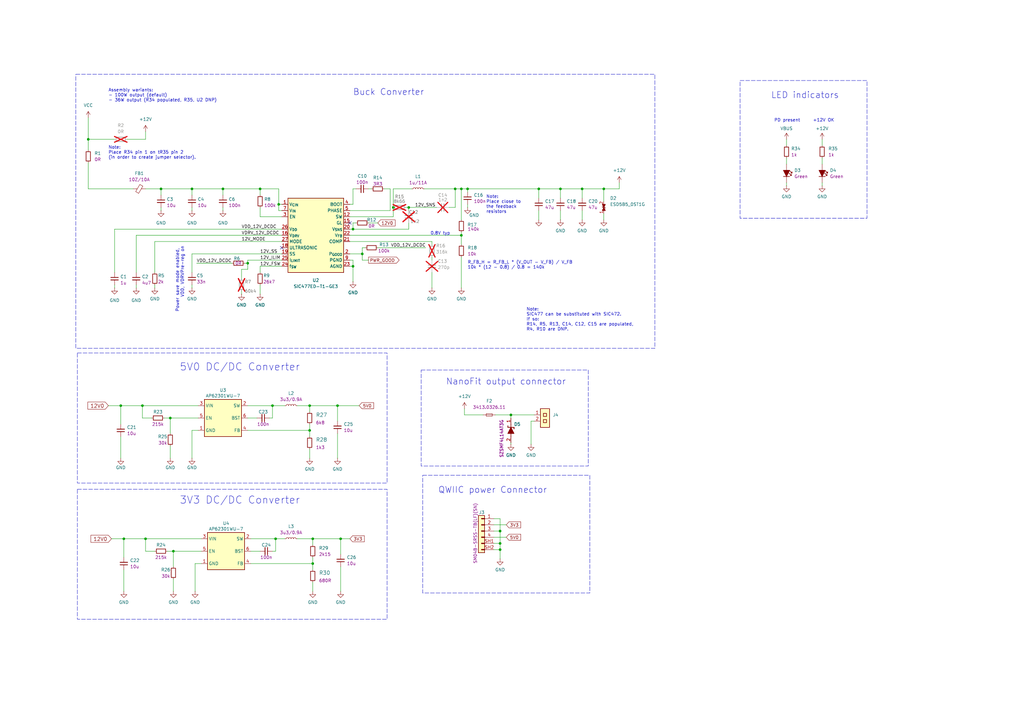
<source format=kicad_sch>
(kicad_sch (version 20230121) (generator eeschema)
  (paper "A3")
  (title_block (title "USB-C-power-adapter") (date "03.2024") (rev "1.0.0.") (company "Antmicro"))
  (junction (at 128.27 220.98))
  (junction (at 138.43 166.37))
  (junction (at 186.69 77.47))
  (junction (at 205.105 222.885))
  (junction (at 58.42 166.37))
  (junction (at 139.7 220.98))
  (junction (at 71.12 226.06))
  (junction (at 189.23 96.52))
  (junction (at 106.68 77.47))
  (junction (at 66.04 77.47))
  (junction (at 36.195 57.15))
  (junction (at 113.03 220.98))
  (junction (at 161.29 85.09))
  (junction (at 205.105 217.805))
  (junction (at 144.78 93.98))
  (junction (at 205.105 225.425))
  (junction (at 69.85 171.45))
  (junction (at 127 166.37))
  (junction (at 50.8 220.98))
  (junction (at 144.78 109.22))
  (junction (at 209.55 170.18))
  (junction (at 78.74 77.47))
  (junction (at 49.53 166.37))
  (junction (at 238.76 77.47))
  (junction (at 114.3 83.82))
  (junction (at 101.6 107.95))
  (junction (at 229.87 77.47))
  (junction (at 59.69 220.98))
  (junction (at 191.77 77.47))
  (junction (at 128.27 231.14))
  (junction (at 111.76 166.37))
  (junction (at 167.64 85.09))
  (junction (at 220.98 77.47))
  (junction (at 91.44 77.47))
  (junction (at 127 176.53))
  (junction (at 148.59 104.14))
  (junction (at 247.65 77.47))
  (junction (at 189.23 77.47))
  (no_connect (at 143.51 91.44))
  (no_connect (at 115.57 101.6))
  (wire (pts (xy 68.58 226.06) (xy 71.12 226.06)))
  (wire (pts (xy 247.65 77.47) (xy 254 77.47)))
  (wire (pts (xy 99.06 110.49) (xy 101.6 110.49)))
  (wire (pts (xy 99.06 119.38) (xy 99.06 120.65)))
  (wire (pts (xy 322.58 57.15) (xy 322.58 59.69)))
  (wire (pts (xy 78.74 77.47) (xy 78.74 80.01)))
  (wire (pts (xy 63.5 116.84) (xy 63.5 118.11)))
  (wire (pts (xy 106.68 88.9) (xy 115.57 88.9)))
  (wire (pts (xy 143.51 104.14) (xy 148.59 104.14)))
  (wire (pts (xy 209.55 182.245) (xy 209.55 181.61)))
  (wire (pts (xy 127 166.37) (xy 138.43 166.37)))
  (wire (pts (xy 91.44 77.47) (xy 91.44 80.01)))
  (wire (pts (xy 205.105 222.885) (xy 202.565 222.885)))
  (wire (pts (xy 144.78 91.44) (xy 144.78 93.98)))
  (wire (pts (xy 78.74 104.14) (xy 115.57 104.14)))
  (wire (pts (xy 91.44 85.09) (xy 91.44 86.36)))
  (wire (pts (xy 198.12 170.18) (xy 190.5 170.18)))
  (wire (pts (xy 229.87 77.47) (xy 229.87 81.28)))
  (wire (pts (xy 186.69 85.09) (xy 186.69 77.47)))
  (wire (pts (xy 220.98 77.47) (xy 220.98 81.28)))
  (wire (pts (xy 151.13 77.47) (xy 152.4 77.47)))
  (wire (pts (xy 205.105 225.425) (xy 205.105 222.885)))
  (wire (pts (xy 63.5 226.06) (xy 59.69 226.06)))
  (wire (pts (xy 36.195 48.26) (xy 36.195 57.15)))
  (wire (pts (xy 173.99 77.47) (xy 186.69 77.47)))
  (wire (pts (xy 59.69 226.06) (xy 59.69 220.98)))
  (wire (pts (xy 202.565 212.725) (xy 205.105 212.725)))
  (wire (pts (xy 139.7 220.98) (xy 143.51 220.98)))
  (wire (pts (xy 138.43 177.8) (xy 138.43 187.96)))
  (wire (pts (xy 106.68 116.84) (xy 106.68 120.65)))
  (wire (pts (xy 205.105 212.725) (xy 205.105 217.805)))
  (wire (pts (xy 59.69 53.975) (xy 59.69 57.15)))
  (wire (pts (xy 161.29 88.9) (xy 161.29 85.09)))
  (wire (pts (xy 148.59 101.6) (xy 149.86 101.6)))
  (wire (pts (xy 36.195 61.595) (xy 36.195 57.15)))
  (wire (pts (xy 49.53 179.07) (xy 49.53 187.96)))
  (wire (pts (xy 59.69 220.98) (xy 82.55 220.98)))
  (wire (pts (xy 205.105 225.425) (xy 205.105 229.235)))
  (wire (pts (xy 78.74 85.09) (xy 78.74 86.36)))
  (wire (pts (xy 143.51 88.9) (xy 161.29 88.9)))
  (wire (pts (xy 203.2 170.18) (xy 209.55 170.18)))
  (wire (pts (xy 106.68 85.09) (xy 106.68 88.9)))
  (wire (pts (xy 111.76 166.37) (xy 116.84 166.37)))
  (wire (pts (xy 55.88 96.52) (xy 55.88 111.76)))
  (wire (pts (xy 143.51 93.98) (xy 144.78 93.98)))
  (wire (pts (xy 128.27 220.98) (xy 139.7 220.98)))
  (wire (pts (xy 229.87 77.47) (xy 220.98 77.47)))
  (wire (pts (xy 128.27 238.76) (xy 128.27 242.57)))
  (wire (pts (xy 113.03 220.98) (xy 116.84 220.98)))
  (wire (pts (xy 191.77 77.47) (xy 220.98 77.47)))
  (wire (pts (xy 166.37 85.09) (xy 167.64 85.09)))
  (wire (pts (xy 144.78 83.82) (xy 143.51 83.82)))
  (wire (pts (xy 58.42 171.45) (xy 58.42 166.37)))
  (wire (pts (xy 69.85 182.88) (xy 69.85 187.96)))
  (wire (pts (xy 111.76 166.37) (xy 111.76 171.45)))
  (wire (pts (xy 46.99 93.98) (xy 46.99 111.76)))
  (wire (pts (xy 78.74 176.53) (xy 81.28 176.53)))
  (wire (pts (xy 177.165 99.06) (xy 177.165 100.33)))
  (wire (pts (xy 102.87 220.98) (xy 113.03 220.98)))
  (wire (pts (xy 50.8 233.68) (xy 50.8 242.57)))
  (wire (pts (xy 67.31 171.45) (xy 69.85 171.45)))
  (wire (pts (xy 220.98 86.36) (xy 220.98 90.17)))
  (wire (pts (xy 148.59 106.68) (xy 148.59 104.14)))
  (wire (pts (xy 160.02 77.47) (xy 157.48 77.47)))
  (wire (pts (xy 337.185 64.77) (xy 337.185 67.31)))
  (wire (pts (xy 189.23 77.47) (xy 189.23 90.17)))
  (wire (pts (xy 189.23 95.25) (xy 189.23 96.52)))
  (wire (pts (xy 143.51 86.36) (xy 160.02 86.36)))
  (wire (pts (xy 101.6 106.68) (xy 101.6 107.95)))
  (wire (pts (xy 154.94 101.6) (xy 174.625 101.6)))
  (wire (pts (xy 71.12 237.49) (xy 71.12 242.57)))
  (wire (pts (xy 49.53 173.99) (xy 49.53 166.37)))
  (wire (pts (xy 113.03 220.98) (xy 113.03 226.06)))
  (wire (pts (xy 167.64 85.09) (xy 167.64 86.36)))
  (wire (pts (xy 229.87 77.47) (xy 238.76 77.47)))
  (wire (pts (xy 138.43 172.72) (xy 138.43 166.37)))
  (wire (pts (xy 167.64 85.09) (xy 179.07 85.09)))
  (wire (pts (xy 36.195 66.675) (xy 36.195 77.47)))
  (wire (pts (xy 189.23 105.41) (xy 189.23 118.11)))
  (wire (pts (xy 71.12 226.06) (xy 71.12 232.41)))
  (wire (pts (xy 36.195 77.47) (xy 54.61 77.47)))
  (wire (pts (xy 202.565 220.345) (xy 207.645 220.345)))
  (wire (pts (xy 110.49 171.45) (xy 111.76 171.45)))
  (wire (pts (xy 127 179.07) (xy 127 176.53)))
  (wire (pts (xy 101.6 176.53) (xy 127 176.53)))
  (wire (pts (xy 106.68 77.47) (xy 106.68 80.01)))
  (wire (pts (xy 49.53 166.37) (xy 58.42 166.37)))
  (wire (pts (xy 63.5 99.06) (xy 63.5 111.76)))
  (wire (pts (xy 144.78 109.22) (xy 144.78 115.57)))
  (wire (pts (xy 238.76 86.36) (xy 238.76 90.17)))
  (wire (pts (xy 202.565 215.265) (xy 207.645 215.265)))
  (wire (pts (xy 80.01 242.57) (xy 80.01 231.14)))
  (wire (pts (xy 254 74.93) (xy 254 77.47)))
  (wire (pts (xy 99.06 110.49) (xy 99.06 114.3)))
  (wire (pts (xy 114.3 83.82) (xy 115.57 83.82)))
  (wire (pts (xy 114.3 83.82) (xy 114.3 77.47)))
  (wire (pts (xy 36.195 57.15) (xy 46.99 57.15)))
  (wire (pts (xy 127 166.37) (xy 127 168.91)))
  (wire (pts (xy 128.27 228.6) (xy 128.27 231.14)))
  (wire (pts (xy 66.04 85.09) (xy 66.04 86.36)))
  (wire (pts (xy 143.51 96.52) (xy 189.23 96.52)))
  (wire (pts (xy 139.7 232.41) (xy 139.7 242.57)))
  (wire (pts (xy 114.3 86.36) (xy 114.3 83.82)))
  (wire (pts (xy 177.165 111.76) (xy 177.165 118.11)))
  (wire (pts (xy 161.29 85.09) (xy 161.29 77.47)))
  (wire (pts (xy 111.76 226.06) (xy 113.03 226.06)))
  (wire (pts (xy 62.23 171.45) (xy 58.42 171.45)))
  (wire (pts (xy 121.92 166.37) (xy 127 166.37)))
  (wire (pts (xy 247.65 77.47) (xy 247.65 82.55)))
  (wire (pts (xy 247.65 87.63) (xy 247.65 90.17)))
  (wire (pts (xy 217.805 172.72) (xy 217.805 182.245)))
  (wire (pts (xy 69.85 171.45) (xy 69.85 177.8)))
  (wire (pts (xy 144.78 77.47) (xy 146.05 77.47)))
  (wire (pts (xy 209.55 170.18) (xy 209.55 171.45)))
  (wire (pts (xy 127 176.53) (xy 127 173.99)))
  (wire (pts (xy 59.69 77.47) (xy 66.04 77.47)))
  (wire (pts (xy 106.68 77.47) (xy 114.3 77.47)))
  (wire (pts (xy 100.33 107.95) (xy 101.6 107.95)))
  (wire (pts (xy 191.77 83.82) (xy 191.77 85.09)))
  (wire (pts (xy 184.15 85.09) (xy 186.69 85.09)))
  (wire (pts (xy 50.8 228.6) (xy 50.8 220.98)))
  (wire (pts (xy 46.99 93.98) (xy 115.57 93.98)))
  (wire (pts (xy 205.105 217.805) (xy 205.105 222.885)))
  (wire (pts (xy 115.57 86.36) (xy 114.3 86.36)))
  (wire (pts (xy 217.805 172.72) (xy 219.075 172.72)))
  (wire (pts (xy 238.76 77.47) (xy 247.65 77.47)))
  (wire (pts (xy 143.51 109.22) (xy 144.78 109.22)))
  (wire (pts (xy 144.78 77.47) (xy 144.78 83.82)))
  (wire (pts (xy 66.04 77.47) (xy 66.04 80.01)))
  (wire (pts (xy 58.42 166.37) (xy 81.28 166.37)))
  (wire (pts (xy 101.6 110.49) (xy 101.6 107.95)))
  (wire (pts (xy 143.51 99.06) (xy 177.165 99.06)))
  (wire (pts (xy 66.04 77.47) (xy 78.74 77.47)))
  (wire (pts (xy 106.68 109.22) (xy 106.68 111.76)))
  (wire (pts (xy 78.74 116.84) (xy 78.74 118.11)))
  (wire (pts (xy 101.6 171.45) (xy 105.41 171.45)))
  (wire (pts (xy 177.165 105.41) (xy 177.165 106.68)))
  (wire (pts (xy 189.23 96.52) (xy 189.23 100.33)))
  (wire (pts (xy 71.12 226.06) (xy 82.55 226.06)))
  (wire (pts (xy 50.8 220.98) (xy 45.72 220.98)))
  (wire (pts (xy 78.74 77.47) (xy 91.44 77.47)))
  (wire (pts (xy 151.13 91.44) (xy 154.94 91.44)))
  (wire (pts (xy 52.07 57.15) (xy 59.69 57.15)))
  (wire (pts (xy 80.645 107.95) (xy 95.25 107.95)))
  (wire (pts (xy 115.57 109.22) (xy 106.68 109.22)))
  (wire (pts (xy 322.58 64.77) (xy 322.58 67.31)))
  (wire (pts (xy 69.85 171.45) (xy 81.28 171.45)))
  (wire (pts (xy 167.64 93.98) (xy 167.64 91.44)))
  (wire (pts (xy 49.53 166.37) (xy 44.45 166.37)))
  (wire (pts (xy 121.92 220.98) (xy 128.27 220.98)))
  (wire (pts (xy 80.01 231.14) (xy 82.55 231.14)))
  (wire (pts (xy 78.74 104.14) (xy 78.74 111.76)))
  (wire (pts (xy 148.59 106.68) (xy 151.13 106.68)))
  (wire (pts (xy 63.5 99.06) (xy 115.57 99.06)))
  (wire (pts (xy 138.43 166.37) (xy 147.32 166.37)))
  (wire (pts (xy 190.5 170.18) (xy 190.5 167.64)))
  (wire (pts (xy 191.77 77.47) (xy 191.77 78.74)))
  (wire (pts (xy 144.78 93.98) (xy 167.64 93.98)))
  (wire (pts (xy 322.58 76.2) (xy 322.58 74.93)))
  (wire (pts (xy 229.87 86.36) (xy 229.87 90.17)))
  (wire (pts (xy 127 184.15) (xy 127 187.96)))
  (wire (pts (xy 202.565 217.805) (xy 205.105 217.805)))
  (wire (pts (xy 101.6 166.37) (xy 111.76 166.37)))
  (wire (pts (xy 337.185 76.2) (xy 337.185 74.93)))
  (wire (pts (xy 102.87 226.06) (xy 106.68 226.06)))
  (wire (pts (xy 78.74 187.96) (xy 78.74 176.53)))
  (wire (pts (xy 160.02 86.36) (xy 160.02 77.47)))
  (wire (pts (xy 189.23 77.47) (xy 191.77 77.47)))
  (wire (pts (xy 337.185 57.15) (xy 337.185 59.69)))
  (wire (pts (xy 144.78 106.68) (xy 144.78 109.22)))
  (wire (pts (xy 186.69 77.47) (xy 189.23 77.47)))
  (wire (pts (xy 146.05 91.44) (xy 144.78 91.44)))
  (wire (pts (xy 50.8 220.98) (xy 59.69 220.98)))
  (wire (pts (xy 238.76 77.47) (xy 238.76 81.28)))
  (wire (pts (xy 144.78 106.68) (xy 143.51 106.68)))
  (wire (pts (xy 148.59 101.6) (xy 148.59 104.14)))
  (wire (pts (xy 128.27 220.98) (xy 128.27 223.52)))
  (wire (pts (xy 101.6 106.68) (xy 115.57 106.68)))
  (wire (pts (xy 102.87 231.14) (xy 128.27 231.14)))
  (wire (pts (xy 46.99 116.84) (xy 46.99 118.11)))
  (wire (pts (xy 55.88 116.84) (xy 55.88 118.11)))
  (wire (pts (xy 91.44 77.47) (xy 106.68 77.47)))
  (wire (pts (xy 209.55 170.18) (xy 219.075 170.18)))
  (wire (pts (xy 55.88 96.52) (xy 115.57 96.52)))
  (wire (pts (xy 202.565 225.425) (xy 205.105 225.425)))
  (wire (pts (xy 161.29 77.47) (xy 168.91 77.47)))
  (wire (pts (xy 128.27 231.14) (xy 128.27 233.68)))
  (wire (pts (xy 139.7 227.33) (xy 139.7 220.98)))
  (rectangle (start 172.72 151.765) (end 241.3 191.135) (stroke (width 0) (type dash)))
  (rectangle (start 31.115 30.48) (end 268.605 142.875) (stroke (width 0) (type dash)))
  (rectangle (start 303.53 33.02) (end 355.6 89.535) (stroke (width 0) (type dash)))
  (rectangle (start 31.75 144.78) (end 158.75 198.12) (stroke (width 0) (type dash)))
  (rectangle (start 31.75 200.66) (end 158.75 254) (stroke (width 0) (type dash)))
  (rectangle (start 173.355 194.945) (end 241.935 243.205) (stroke (width 0) (type dash)))
  (text "Note:\nPlace close to\nthe feedback \nresistors" (at 199.39 87.63 0) (effects (font (size 1.27 1.27)) (justify left bottom)))
  (text "Power save mode enabled, \nVDD, VDRVPre-reg on" (at 75.565 100.965 90) (effects (font (size 1.27 1.27)) (justify right bottom)))
  (text "R_FB_H = R_FB_L * (V_OUT - V_FB) / V_FB \n10k * (12 - 0.8) / 0.8 = 140k\n" (at 191.77 110.49 0) (effects (font (size 1.27 1.27)) (justify left bottom)))
  (text "Note:\nPlace R34 pin 1 on tR35 pin 2\n(in order to create jumper selector)." (at 44.45 65.405 0) (effects (font (size 1.27 1.27)) (justify left bottom)))
  (text "0.8V typ" (at 176.53 96.52 0) (effects (font (size 1.27 1.27)) (justify left bottom)))
  (text "+12V OK" (at 333.375 50.165 0) (effects (font (size 1.27 1.27)) (justify left bottom)))
  (text "PD present\n" (at 317.5 50.165 0) (effects (font (size 1.27 1.27)) (justify left bottom)))
  (text "Buck Converter" (at 144.78 39.37 0) (effects (font (size 2.54 2.54)) (justify left bottom)))
  (text "LED indicators\n" (at 316.23 40.64 0) (effects (font (size 2.54 2.54)) (justify left bottom)))
  (text "5V0 DC/DC Converter" (at 73.66 152.4 0) (effects (font (size 2.9972 2.9972)) (justify left bottom)))
  (text "3V3 DC/DC Converter" (at 73.66 207.01 0) (effects (font (size 2.9972 2.9972)) (justify left bottom)))
  (text "Assembly wariants:\n- 100W output (default)\n- 36W output (R34 populated, R35, U2 DNP)" (at 44.45 41.91 0) (effects (font (size 1.27 1.27)) (justify left bottom)))
  (text "QWIIC power Connector" (at 179.705 202.565 0) (effects (font (size 2.54 2.54)) (justify left bottom)))
  (text "NanoFit output connector" (at 182.88 158.115 0) (effects (font (size 2.54 2.54)) (justify left bottom)))
  (text "Note:\nSIC477 can be substituted with SIC472.\nIf so:\nR14, R5, R13, C14, C12, C15 are populated,\nR4, R10 are DNP." (at 215.9 135.89 0) (effects (font (size 1.27 1.27)) (justify left bottom)))
  (label "12V_SNS" (at 170.18 85.09 0))
  (label "VDRV_12V_DCDC" (at 99.06 96.52 0))
  (label "VDD_12V_DCDC" (at 99.06 93.98 0))
  (label "12V_SS" (at 106.68 104.14 0))
  (label "12V_FSW" (at 106.68 109.22 0))
  (label "VDD_12V_DCDC" (at 80.645 107.95 0))
  (label "VDD_12V_DCDC" (at 174.625 101.6 180))
  (label "12V_ILIM" (at 106.68 106.68 0))
  (label "12V_MODE" (at 99.06 99.06 0))
  (global_label "5V0" (shape input) (at 147.32 166.37 0) (property "Intersheetrefs" "${INTERSHEET_REFS}" (effects hide)))
  (global_label "3V3" (shape input) (at 207.645 215.265 0) (property "Intersheetrefs" "${INTERSHEET_REFS}" (effects hide)))
  (global_label "3V3" (shape input) (at 143.51 220.98 0) (property "Intersheetrefs" "${INTERSHEET_REFS}" (effects hide)))
  (global_label "12V0" (shape input) (at 44.45 166.37 180) (effects (font (size 1.4986 1.4986))) (property "Intersheetrefs" "${INTERSHEET_REFS}" (effects hide)))
  (global_label "12V0" (shape input) (at 45.72 220.98 180) (effects (font (size 1.4986 1.4986))) (property "Intersheetrefs" "${INTERSHEET_REFS}" (effects hide)))
  (global_label "12V0" (shape input) (at 154.94 91.44 0) (property "Intersheetrefs" "${INTERSHEET_REFS}" (effects hide)))
  (global_label "PWR_GOOD" (shape output) (at 151.13 106.68 0) (property "Intersheetrefs" "${INTERSHEET_REFS}" (effects hide)))
  (global_label "5V0" (shape input) (at 207.645 220.345 0) (property "Intersheetrefs" "${INTERSHEET_REFS}" (effects hide)))
  (symbol (lib_id "antmicroFixedInductors:L_1u_11A_Coilcraft-XFL4020") (at 168.91 77.47 0) (unit 1)
    (property "Reference" "L1" (at 171.45 72.39 0))
    (property "Value" "L_1u_11A_Coilcraft-XFL4020" (effects hide))
    (property "Footprint" "antmicro-footprints:L_Coilcraft-XFL4020" (effects hide))
    (property "Datasheet" "https://www.coilcraft.com/getmedia/50632d43-da1b-4cdb-8ab4-3029cab51df3/xfl4020.pdf" (effects hide))
    (property "Val" "1u/11A" (at 171.45 74.93 0))
    (property "Manufacturer" "Coilcraft" (effects hide))
    (property "MPN" "XFL4020-102MEC" (effects hide))
    (property "ISat" "5.4 A" (effects hide))
    (property "IMax" "11 A" (effects hide))
    (property "Size" "4.3x4.3" (effects hide))
    (property "Author" "Antmicro" (effects hide))
    (property "License" "Apache-2.0" (effects hide))
  )
  (symbol (lib_id "antmicroResistors0402:R_2k_0402") (at 63.5 111.76 270) (unit 1)
    (property "Reference" "R5" (at 64.77 113.03 90) (effects (justify left)))
    (property "Value" "R_2k_0402" (effects hide))
    (property "Footprint" "antmicro-footprints:R_0402_1005Metric" (effects hide))
    (property "Datasheet" "https://www.bourns.com/docs/product-datasheets/cr.pdf" (effects hide))
    (property "Manufacturer" "Bourns" (effects hide))
    (property "MPN" "CR0402-FX-2001GLF" (effects hide))
    (property "Val" "2k" (at 64.77 115.57 90) (effects (justify left)))
    (property "License" "Apache-2.0" (effects hide))
    (property "Author" "Antmicro" (effects hide))
    (property "Tolerance" "1%" (effects hide))
  )
  (symbol (lib_id "antmicroResistorsmisc:R_0R_0805") (at 36.195 66.675 90) (unit 1)
    (property "Reference" "R1" (at 38.735 62.865 90) (effects (justify right)))
    (property "Value" "R_0R_0805" (effects hide))
    (property "Footprint" "antmicro-footprints:R_0805_2012Metric" (effects hide))
    (property "Datasheet" "https://www.vishay.com/docs/20035/dcrcwe3.pdf" (effects hide))
    (property "MPN" "CRCW08050000Z0EA" (effects hide))
    (property "Manufacturer" "Vishay" (effects hide))
    (property "License" "Apache-2.0" (effects hide))
    (property "Author" "Antmicro" (effects hide))
    (property "Val" "0R" (at 38.735 65.405 90) (effects (justify right)))
    (property "Current" "2.5A" (effects hide))
  )
  (symbol (lib_id "antmicroCapacitors0603:C_4u7_0603") (at 55.88 111.76 270) (unit 1)
    (property "Reference" "C2" (at 58.2041 113.4716 90) (effects (justify left)))
    (property "Value" "C_4u7_0603" (effects hide))
    (property "Footprint" "antmicro-footprints:C_0603_1608Metric" (effects hide))
    (property "Datasheet" "https://product.tdk.com/en/search/capacitor/ceramic/mlcc/info?part_no=C1608X5R1V475M080AC" (effects hide))
    (property "Manufacturer" "TDK" (effects hide))
    (property "MPN" "C1608X5R1V475M080AC" (effects hide))
    (property "Val" "4u7" (at 58.2041 116.0085 90) (effects (justify left)))
    (property "License" "Apache-2.0" (effects hide))
    (property "Author" "Antmicro" (effects hide))
  )
  (symbol (lib_id "antmicroCapacitorsmisc:C_47u_16V_1206") (at 238.76 86.36 90) (unit 1)
    (property "Reference" "C20" (at 241.3 82.55 90) (effects (justify right)))
    (property "Value" "C_47u_16V_1206" (effects hide))
    (property "Footprint" "antmicro-footprints:C_1206_3216Metric" (effects hide))
    (property "Datasheet" "https://product.tdk.com/en/search/capacitor/ceramic/mlcc/info?part_no=C3216X5R1C476M160AB" (effects hide))
    (property "MPN" "C3216X5R1C476M160AB" (effects hide))
    (property "Manufacturer" "TDK" (effects hide))
    (property "License" "Apache-2.0" (effects hide))
    (property "Author" "Antmicro" (effects hide))
    (property "Val" "47u" (at 241.3 85.09 90) (effects (justify right)))
    (property "Voltage" "16V" (effects hide))
    (property "Dielectric" "X5R" (effects hide))
  )
  (symbol (lib_id "antmicropower:GND") (at 50.8 242.57 0) (unit 1)
    (property "Reference" "#PWR036" (effects hide))
    (property "Value" "GND" (at 50.8 247.015 0))
    (property "Author" "Antmicro" (effects hide))
    (property "License" "Apache-2.0" (effects hide))
  )
  (symbol (lib_id "antmicropower:GND") (at 91.44 86.36 0) (unit 1)
    (property "Reference" "#PWR012" (effects hide))
    (property "Value" "GND" (at 91.44 91.44 0))
    (property "Author" "Antmicro" (effects hide))
    (property "License" "Apache-2.0" (effects hide))
  )
  (symbol (lib_id "antmicropower:GND") (at 49.53 187.96 0) (unit 1)
    (property "Reference" "#PWR035" (effects hide))
    (property "Value" "GND" (at 49.53 191.77 0))
    (property "Author" "Antmicro" (effects hide))
    (property "License" "Apache-2.0" (effects hide))
  )
  (symbol (lib_id "antmicropower:GND") (at 217.805 182.245 0) (unit 1)
    (property "Reference" "#PWR064" (effects hide))
    (property "Value" "GND" (at 217.805 186.69 0))
    (property "Author" "Antmicro" (effects hide))
    (property "License" "Apache-2.0" (effects hide))
  )
  (symbol (lib_id "antmicroResistors0402:R_6k8_0402") (at 127 168.91 270) (unit 1)
    (property "Reference" "R27" (at 129.54 170.18 90) (effects (font (size 1.524 1.524)) (justify left)))
    (property "Value" "R_6k8_0402" (effects hide))
    (property "Footprint" "antmicro-footprints:R_0402_1005Metric" (effects hide))
    (property "Datasheet" "https://www.bourns.com/docs/product-datasheets/cr.pdf" (effects hide))
    (property "Manufacturer" "Bourns" (effects hide))
    (property "MPN" "CR0402-FX-6801GLF" (effects hide))
    (property "Val" "6k8" (at 129.54 173.3549 90) (effects (justify left)))
    (property "License" "Apache-2.0" (effects hide))
    (property "Author" "Antmicro" (effects hide))
    (property "Tolerance" "1%" (effects hide))
  )
  (symbol (lib_id "antmicroTVSDiodes:ESD5B5_0ST1G") (at 247.65 87.63 90) (unit 1)
    (property "Reference" "D2" (at 250.19 81.2799 90) (effects (justify right)))
    (property "Value" "ESD5B5_0ST1G" (at 250.19 83.8199 90) (effects (justify right)))
    (property "Footprint" "antmicro-footprints:SOD-523_NP" (effects hide))
    (property "Datasheet" "https://www.mouser.com/datasheet/2/308/ESD5B5_0ST1_D-1805066.pdf" (effects hide))
    (property "Manufacturer" "ON Semiconductor" (effects hide))
    (property "MPN" "ESD5B5.0ST1G" (effects hide))
    (property "Author" "Antmicro" (effects hide))
    (property "License" "Apache-2.0" (effects hide))
  )
  (symbol (lib_id "antmicroLEDIndicationDiscrete:LED_G_0603_LG_L29K-G2J1-24-Z") (at 322.58 67.31 270) (unit 1)
    (property "Reference" "D3" (at 325.755 69.85 90) (effects (justify left)))
    (property "Value" "LED_G_0603_LG_L29K-G2J1-24-Z" (effects hide))
    (property "Footprint" "antmicro-footprints:LED_0603_1608Metric_G" (effects hide))
    (property "Datasheet" "https://dammedia.osram.info/media/resource/hires/osram-dam-2493945/LG%20L29K.pdf" (effects hide))
    (property "MPN" "LG L29K-G2J1-24-Z" (effects hide))
    (property "Manufacturer" "OSRAM" (effects hide))
    (property "Color" "Green" (at 325.755 72.39 90) (effects (justify left)))
    (property "Author" "Antmicro" (effects hide))
    (property "License" "Apache-2.0" (effects hide))
  )
  (symbol (lib_id "antmicroCapacitorsmisc:C_47u_16V_1206") (at 229.87 86.36 90) (unit 1)
    (property "Reference" "C18" (at 232.41 82.55 90) (effects (justify right)))
    (property "Value" "C_47u_16V_1206" (effects hide))
    (property "Footprint" "antmicro-footprints:C_1206_3216Metric" (effects hide))
    (property "Datasheet" "https://product.tdk.com/en/search/capacitor/ceramic/mlcc/info?part_no=C3216X5R1C476M160AB" (effects hide))
    (property "MPN" "C3216X5R1C476M160AB" (effects hide))
    (property "Manufacturer" "TDK" (effects hide))
    (property "License" "Apache-2.0" (effects hide))
    (property "Author" "Antmicro" (effects hide))
    (property "Val" "47u" (at 232.41 85.09 90) (effects (justify right)))
    (property "Voltage" "16V" (effects hide))
    (property "Dielectric" "X5R" (effects hide))
  )
  (symbol (lib_id "antmicropower:GND") (at 69.85 187.96 0) (unit 1)
    (property "Reference" "#PWR037" (effects hide))
    (property "Value" "GND" (at 69.85 191.77 0))
    (property "Author" "Antmicro" (effects hide))
    (property "License" "Apache-2.0" (effects hide))
  )
  (symbol (lib_id "antmicroCapacitors0402:C_100n_50V_X8L_0402") (at 111.76 226.06 180) (unit 1)
    (property "Reference" "C24" (at 109.22 223.52 0))
    (property "Value" "C_100n_50V_X8L_0402" (effects hide))
    (property "Footprint" "antmicro-footprints:C_0402_1005Metric" (effects hide))
    (property "Datasheet" "https://www.mouser.com/datasheet/2/281/1/GCM155L8EH104KE07_01A-3142095.pdf" (effects hide))
    (property "MPN" "GCM155L8EH104KE07D" (effects hide))
    (property "Val" "100n" (at 109.22 228.6 0))
    (property "Voltage" "50V" (effects hide))
    (property "Dielectric" "X8L" (effects hide))
    (property "Manufacturer" "Murata" (effects hide))
    (property "License" "Apache-2.0" (effects hide))
    (property "Author" "Antmicro" (effects hide))
  )
  (symbol (lib_id "antmicropower:+12V") (at 190.5 167.64 0) (unit 1)
    (property "Reference" "#PWR058" (effects hide))
    (property "Value" "+12V" (at 190.5 162.56 0))
  )
  (symbol (lib_id "antmicropower:GND") (at 128.27 242.57 0) (unit 1)
    (property "Reference" "#PWR042" (effects hide))
    (property "Value" "GND" (at 128.27 247.015 0))
    (property "Author" "Antmicro" (effects hide))
    (property "License" "Apache-2.0" (effects hide))
  )
  (symbol (lib_id "antmicropower:GND") (at 220.98 90.17 0) (mirror y) (unit 1)
    (property "Reference" "#PWR029" (effects hide))
    (property "Value" "GND" (effects hide))
    (property "Author" "Antmicro" (effects hide))
    (property "License" "Apache-2.0" (effects hide))
  )
  (symbol (lib_id "antmicropower:VCC") (at 36.195 48.26 0) (unit 1)
    (property "Reference" "#PWR01" (effects hide))
    (property "Value" "VCC" (at 36.195 43.18 0))
  )
  (symbol (lib_id "antmicroLEDIndicationDiscrete:LED_G_0603_LG_L29K-G2J1-24-Z") (at 337.185 67.31 270) (unit 1)
    (property "Reference" "D4" (at 340.36 69.85 90) (effects (justify left)))
    (property "Value" "LED_G_0603_LG_L29K-G2J1-24-Z" (effects hide))
    (property "Footprint" "antmicro-footprints:LED_0603_1608Metric_G" (effects hide))
    (property "Datasheet" "https://dammedia.osram.info/media/resource/hires/osram-dam-2493945/LG%20L29K.pdf" (effects hide))
    (property "MPN" "LG L29K-G2J1-24-Z" (effects hide))
    (property "Manufacturer" "OSRAM" (effects hide))
    (property "Color" "Green" (at 340.36 72.39 90) (effects (justify left)))
    (property "Author" "Antmicro" (effects hide))
    (property "License" "Apache-2.0" (effects hide))
  )
  (symbol (lib_id "antmicropower:GND") (at 46.99 118.11 0) (mirror y) (unit 1)
    (property "Reference" "#PWR02" (effects hide))
    (property "Value" "GND" (at 46.99 123.19 0))
    (property "Author" "Antmicro" (effects hide))
    (property "License" "Apache-2.0" (effects hide))
  )
  (symbol (lib_id "antmicroResistorsmisc:R_0R_0805") (at 46.99 57.15 0) (unit 1) (dnp yes)
    (property "Reference" "R2" (at 49.53 51.435 0))
    (property "Value" "R_0R_0805" (effects hide))
    (property "Footprint" "antmicro-footprints:R_0805_2012Metric" (effects hide))
    (property "Datasheet" "https://www.vishay.com/docs/20035/dcrcwe3.pdf" (effects hide))
    (property "MPN" "CRCW08050000Z0EA" (effects hide))
    (property "Manufacturer" "Vishay" (effects hide))
    (property "License" "Apache-2.0" (effects hide))
    (property "Author" "Antmicro" (effects hide))
    (property "Val" "0R" (at 49.53 53.975 0))
    (property "Current" "2.5A" (effects hide))
  )
  (symbol (lib_id "antmicroCapacitors0402:C_1u_0402") (at 46.99 111.76 270) (unit 1)
    (property "Reference" "C1" (at 49.3141 113.4716 90) (effects (justify left)))
    (property "Value" "C_1u_0402" (effects hide))
    (property "Footprint" "antmicro-footprints:C_0402_1005Metric" (effects hide))
    (property "Datasheet" "https://product.tdk.com/en/search/capacitor/ceramic/mlcc/info?part_no=C1005X6S1A105K050BC" (effects hide))
    (property "Manufacturer" "TDK" (effects hide))
    (property "MPN" "C1005X6S1A105K050BC" (effects hide))
    (property "Val" "1u" (at 49.3141 116.0085 90) (effects (justify left)))
    (property "License" "Apache-2.0" (effects hide))
    (property "Author" "Antmicro" (effects hide))
  )
  (symbol (lib_id "antmicroTVSDiodes:SZSMF4L14AT3G") (at 209.55 181.61 90) (unit 1)
    (property "Reference" "D5" (at 210.82 173.99 90) (effects (justify right)))
    (property "Value" "SZSMF4L14AT3G" (effects hide))
    (property "Footprint" "antmicro-footprints:SOD-123FL" (effects hide))
    (property "Datasheet" "https://www.mouser.pl/datasheet/2/240/media-3320461.pdf" (effects hide))
    (property "MPN" "SZSMF4L14AT3G" (at 205.74 172.085 0) (effects (justify right)))
    (property "Manufacturer" "Infineon" (effects hide))
    (property "Author" "Antmicro" (effects hide))
    (property "License" "Apache-2.0" (effects hide))
  )
  (symbol (lib_id "antmicroResistors0402:R_0R_0402") (at 146.05 91.44 0) (unit 1)
    (property "Reference" "R12" (at 152.4 90.17 0))
    (property "Value" "R_0R_0402" (effects hide))
    (property "Footprint" "antmicro-footprints:R_0402_1005Metric" (effects hide))
    (property "Datasheet" "https://industrial.panasonic.com/cdbs/www-data/pdf/RDA0000/AOA0000C301.pdf" (effects hide))
    (property "Manufacturer" "Panasonic" (effects hide))
    (property "MPN" "ERJ2GE0R00X" (effects hide))
    (property "Val" "0R" (at 152.4 92.71 0))
    (property "License" "Apache-2.0" (effects hide))
    (property "Author" "Antmicro" (effects hide))
    (property "Current" "1A" (effects hide))
  )
  (symbol (lib_id "antmicroCapacitorsmisc:C_47u_16V_1206") (at 220.98 86.36 90) (unit 1)
    (property "Reference" "C17" (at 223.52 82.55 90) (effects (justify right)))
    (property "Value" "C_47u_16V_1206" (effects hide))
    (property "Footprint" "antmicro-footprints:C_1206_3216Metric" (effects hide))
    (property "Datasheet" "https://product.tdk.com/en/search/capacitor/ceramic/mlcc/info?part_no=C3216X5R1C476M160AB" (effects hide))
    (property "MPN" "C3216X5R1C476M160AB" (effects hide))
    (property "Manufacturer" "TDK" (effects hide))
    (property "License" "Apache-2.0" (effects hide))
    (property "Author" "Antmicro" (effects hide))
    (property "Val" "47u" (at 223.52 85.09 90) (effects (justify right)))
    (property "Voltage" "16V" (effects hide))
    (property "Dielectric" "X5R" (effects hide))
  )
  (symbol (lib_id "antmicropower:GND") (at 78.74 187.96 0) (unit 1)
    (property "Reference" "#PWR039" (effects hide))
    (property "Value" "GND" (at 78.74 191.77 0))
    (property "Author" "Antmicro" (effects hide))
    (property "License" "Apache-2.0" (effects hide))
  )
  (symbol (lib_id "antmicroResistors0402:R_140k_0.1%_0402") (at 189.23 95.25 90) (unit 1)
    (property "Reference" "R17" (at 195.58 91.44 90) (effects (justify left bottom)))
    (property "Value" "R_140k_0.1%_0402" (effects hide))
    (property "Footprint" "antmicro-footprints:R_0402_1005Metric" (effects hide))
    (property "Datasheet" "https://www.vishay.com/docs/28758/tnpw_e3.pdf" (effects hide))
    (property "MPN" "TNPW1206140KBEEA" (effects hide))
    (property "Val" "140k" (at 191.77 93.98 90) (effects (justify right)))
    (property "Manufacturer" "template_manufacturer" (effects hide))
    (property "Tolerance" "0.1%" (effects hide))
    (property "License" "Apache-2.0" (effects hide))
    (property "Author" "Antmicro" (effects hide))
  )
  (symbol (lib_id "antmicropower:GND") (at 138.43 187.96 0) (unit 1)
    (property "Reference" "#PWR043" (effects hide))
    (property "Value" "GND" (at 138.43 192.405 0))
    (property "Author" "Antmicro" (effects hide))
    (property "License" "Apache-2.0" (effects hide))
  )
  (symbol (lib_id "antmicropower:VBUS") (at 322.58 57.15 0) (unit 1)
    (property "Reference" "#PWR060" (effects hide))
    (property "Value" "VBUS" (at 322.58 52.705 0))
  )
  (symbol (lib_id "antmicroResistors0402:R_8k66_0402") (at 161.29 85.09 0) (unit 1) (in_bom no) (dnp yes)
    (property "Reference" "R15" (at 163.83 80.645 0))
    (property "Value" "R_8k66_0402" (effects hide))
    (property "Footprint" "antmicro-footprints:R_0402_1005Metric" (effects hide))
    (property "Datasheet" "https://www.bourns.com/docs/product-datasheets/cr.pdf" (effects hide))
    (property "Manufacturer" "Bourns" (effects hide))
    (property "MPN" "CR0402-FX-8661GLF" (effects hide))
    (property "Val" "8k66" (at 163.83 82.55 0))
    (property "DNP" "DNP" (effects hide))
    (property "License" "Apache-2.0" (effects hide))
    (property "Author" "Antmicro" (effects hide))
    (property "Tolerance" "1%" (effects hide))
  )
  (symbol (lib_id "antmicroResistors0402:R_26k7_0402") (at 106.68 111.76 270) (unit 1)
    (property "Reference" "R9" (at 107.95 113.03 90) (effects (justify left)))
    (property "Value" "R_26k7_0402" (effects hide))
    (property "Footprint" "antmicro-footprints:R_0402_1005Metric" (effects hide))
    (property "Datasheet" "https://www.bourns.com/docs/product-datasheets/cr.pdf" (effects hide))
    (property "Manufacturer" "Bourns" (effects hide))
    (property "MPN" "CR0402-FX-2672GLF" (effects hide))
    (property "Val" "26k7" (at 107.95 115.57 90) (effects (justify left)))
    (property "License" "Apache-2.0" (effects hide))
    (property "Author" "Antmicro" (effects hide))
    (property "Tolerance" "1%" (effects hide))
  )
  (symbol (lib_id "antmicroCapacitors0402:C_1n2_50V_0402") (at 167.64 91.44 90) (unit 1) (in_bom no) (dnp yes)
    (property "Reference" "C12" (at 167.64 86.995 90) (effects (justify right)))
    (property "Value" "C_1n2_50V_0402" (effects hide))
    (property "Footprint" "antmicro-footprints:C_0402_1005Metric" (effects hide))
    (property "Datasheet" "https://www.murata.com/products/productdetail?partno=GCM155R71H122KA37%23" (effects hide))
    (property "Manufacturer" "Murata" (effects hide))
    (property "MPN" "GCM155R71H122KA37D" (effects hide))
    (property "Val" "1n2" (at 168.275 90.805 90) (effects (justify right)))
    (property "DNP" "DNP" (effects hide))
    (property "License" "Apache-2.0" (effects hide))
    (property "Author" "Antmicro" (effects hide))
    (property "Voltage" "50V" (effects hide))
  )
  (symbol (lib_id "antmicropower:GND") (at 229.87 90.17 0) (mirror y) (unit 1)
    (property "Reference" "#PWR030" (effects hide))
    (property "Value" "GND" (at 229.87 94.615 0))
    (property "Author" "Antmicro" (effects hide))
    (property "License" "Apache-2.0" (effects hide))
  )
  (symbol (lib_id "antmicroResistors0402:R_680R_0402") (at 128.27 233.68 270) (unit 1)
    (property "Reference" "R30" (at 130.81 234.95 90) (effects (font (size 1.524 1.524)) (justify left)))
    (property "Value" "R_680R_0402" (effects hide))
    (property "Footprint" "antmicro-footprints:R_0402_1005Metric" (effects hide))
    (property "Datasheet" "https://www.bourns.com/docs/product-datasheets/cr.pdf" (effects hide))
    (property "Manufacturer" "Bourns" (effects hide))
    (property "MPN" "CR0402-FX-6800GLF" (effects hide))
    (property "Val" "680R" (at 130.81 238.1249 90) (effects (justify left)))
    (property "License" "Apache-2.0" (effects hide))
    (property "Author" "Antmicro" (effects hide))
    (property "Tolerance" "1%" (effects hide))
  )
  (symbol (lib_id "antmicroResistors0402:R_30k_0402") (at 69.85 182.88 90) (unit 1)
    (property "Reference" "R25" (at 64.77 179.07 90) (effects (justify right)))
    (property "Value" "R_30R_0402" (effects hide))
    (property "Footprint" "antmicro-footprints:R_0402_1005Metric" (effects hide))
    (property "Datasheet" "https://www.bourns.com/docs/product-datasheets/cr.pdf" (effects hide))
    (property "MPN" "CR0402-FX-3002GLF" (effects hide))
    (property "Manufacturer" "Bourns" (effects hide))
    (property "License" "Apache-2.0" (effects hide))
    (property "Author" "Antmicro" (effects hide))
    (property "Val" "30k" (at 68.58 180.975 90) (effects (justify left bottom)))
    (property "Tolerance" "1%" (effects hide))
  )
  (symbol (lib_id "antmicropower:GND") (at 177.165 118.11 0) (mirror y) (unit 1)
    (property "Reference" "#PWR024" (effects hide))
    (property "Value" "GND" (at 177.165 122.555 0))
    (property "Author" "Antmicro" (effects hide))
    (property "License" "Apache-2.0" (effects hide))
  )
  (symbol (lib_id "antmicroResistors0402:R_1k_0402") (at 337.185 64.77 90) (unit 1)
    (property "Reference" "R35" (at 339.725 60.96 90) (effects (justify right)))
    (property "Value" "R_2k2_0402" (effects hide))
    (property "Footprint" "antmicro-footprints:R_0402_1005Metric" (effects hide))
    (property "Datasheet" "https://www.bourns.com/docs/product-datasheets/cr.pdf" (effects hide))
    (property "MPN" "CR0402-FX-1001GLF" (effects hide))
    (property "Manufacturer" "Bourns" (effects hide))
    (property "License" "Apache-2.0" (effects hide))
    (property "Author" "Antmicro" (effects hide))
    (property "Val" "1k" (at 339.725 63.5 90) (effects (justify right)))
    (property "Tolerance" "1%" (effects hide))
  )
  (symbol (lib_id "antmicroResistors0402:R_1k3_0402") (at 127 179.07 270) (unit 1)
    (property "Reference" "R28" (at 129.54 180.34 90) (effects (font (size 1.524 1.524)) (justify left)))
    (property "Value" "R_1k3_0402" (effects hide))
    (property "Footprint" "antmicro-footprints:R_0402_1005Metric" (effects hide))
    (property "Datasheet" "https://www.bourns.com/docs/product-datasheets/cr.pdf" (effects hide))
    (property "Manufacturer" "Bourns" (effects hide))
    (property "MPN" "CR0402-FX-1301GLF" (effects hide))
    (property "Val" "1k3" (at 129.54 183.5149 90) (effects (justify left)))
    (property "License" "Apache-2.0" (effects hide))
    (property "Author" "Antmicro" (effects hide))
    (property "Tolerance" "1%" (effects hide))
  )
  (symbol (lib_id "antmicroCapacitors0603:C_10u_25V_0603") (at 138.43 177.8 90) (unit 1)
    (property "Reference" "C25" (at 140.97 173.9836 90) (effects (justify right)))
    (property "Value" "C_10u_25V_0603" (effects hide))
    (property "Footprint" "antmicro-footprints:C_0603_1608Metric" (effects hide))
    (property "Datasheet" "https://product.tdk.com/en/search/capacitor/ceramic/mlcc/info?part_no=C1608X5R1E106M080AC" (effects hide))
    (property "MPN" "C1608X5R1E106M080AC" (effects hide))
    (property "Manufacturer" "TDK" (effects hide))
    (property "License" "Apache-2.0" (effects hide))
    (property "Author" "Antmicro" (effects hide))
    (property "Val" "10u" (at 140.97 176.5236 90) (effects (justify right)))
    (property "Voltage" "25V" (effects hide))
  )
  (symbol (lib_id "antmicroDCDCConverters:AP62301_TSOT") (at 82.55 220.98 0) (unit 1)
    (property "Reference" "U4" (at 92.71 214.63 0))
    (property "Value" "AP62301WU-7" (at 92.71 216.9414 0))
    (property "Footprint" "antmicro-footprints:TSOT23-6" (effects hide))
    (property "Datasheet" "https://www.diodes.com/assets/Datasheets/AP62300_AP62301_AP62300T.pdf" (effects hide))
    (property "MPN" "AP62301WU-7" (effects hide))
    (property "Manufacturer" "Diodes Incorporated" (effects hide))
    (property "Author" "Antmicro" (effects hide))
    (property "License" "Apache-2.0" (effects hide))
  )
  (symbol (lib_id "antmicropower:GND") (at 209.55 182.245 0) (unit 1)
    (property "Reference" "#PWR059" (effects hide))
    (property "Value" "GND" (at 209.55 186.69 0))
    (property "Author" "Antmicro" (effects hide))
    (property "License" "Apache-2.0" (effects hide))
  )
  (symbol (lib_id "antmicropower:GND") (at 78.74 118.11 0) (unit 1)
    (property "Reference" "#PWR011" (effects hide))
    (property "Value" "GND" (at 78.74 122.555 0))
    (property "Author" "Antmicro" (effects hide))
    (property "License" "Apache-2.0" (effects hide))
  )
  (symbol (lib_id "antmicroCapacitors0603:C_10u_25V_0603") (at 49.53 179.07 90) (unit 1)
    (property "Reference" "C21" (at 52.07 175.2536 90) (effects (justify right)))
    (property "Value" "C_10u_25V_0603" (effects hide))
    (property "Footprint" "antmicro-footprints:C_0603_1608Metric" (effects hide))
    (property "Datasheet" "https://product.tdk.com/en/search/capacitor/ceramic/mlcc/info?part_no=C1608X5R1E106M080AC" (effects hide))
    (property "MPN" "C1608X5R1E106M080AC" (effects hide))
    (property "Manufacturer" "TDK" (effects hide))
    (property "License" "Apache-2.0" (effects hide))
    (property "Author" "Antmicro" (effects hide))
    (property "Val" "10u" (at 52.07 177.7936 90) (effects (justify right)))
    (property "Voltage" "25V" (effects hide))
  )
  (symbol (lib_id "antmicroFixedInductors:L_3u3_0.9A_0805") (at 116.84 166.37 0) (unit 1)
    (property "Reference" "L2" (at 119.38 161.29 0))
    (property "Value" "L_3u3_0.9A_0805" (effects hide))
    (property "Footprint" "antmicro-footprints:L_0805_2012Metric" (effects hide))
    (property "Datasheet" "https://product.tdk.com/en/system/files?file=dam/doc/product/inductor/inductor/smd/catalog/inductor_commercial_power_mlp2012_en.pdf" (effects hide))
    (property "Val" "3u3/0.9A" (at 119.38 163.83 0))
    (property "Manufacturer" "TDK" (effects hide))
    (property "MPN" "MLP2012S3R3MT" (effects hide))
    (property "ISat" "0.9 A" (effects hide))
    (property "IMax" "0.9 A" (effects hide))
    (property "Size" "2.0x1.2" (effects hide))
    (property "Author" "Antmicro" (effects hide))
    (property "License" "Apache-2.0" (effects hide))
  )
  (symbol (lib_id "antmicropower:GND") (at 66.04 86.36 0) (unit 1)
    (property "Reference" "#PWR08" (effects hide))
    (property "Value" "GND" (at 66.04 91.44 0))
    (property "Author" "Antmicro" (effects hide))
    (property "License" "Apache-2.0" (effects hide))
  )
  (symbol (lib_id "antmicroResistors0402:R_316k_0402") (at 177.165 100.33 90) (mirror x) (unit 1) (in_bom no) (dnp yes)
    (property "Reference" "R16" (at 178.816 100.7669 90) (effects (justify right)))
    (property "Value" "R_316k_0402" (effects hide))
    (property "Footprint" "antmicro-footprints:R_0402_1005Metric" (effects hide))
    (property "Datasheet" "https://www.bourns.com/docs/product-datasheets/cr.pdf" (effects hide))
    (property "Manufacturer" "Bourns" (effects hide))
    (property "MPN" "CR0402-FX-3163GLF" (effects hide))
    (property "Val" "316k" (at 178.816 103.3038 90) (effects (justify right)))
    (property "DNP" "DNP" (effects hide))
    (property "License" "Apache-2.0" (effects hide))
    (property "Author" "Antmicro" (effects hide))
    (property "Tolerance" "1%" (effects hide))
  )
  (symbol (lib_id "antmicroResistors0402:R_3R3_0402") (at 152.4 77.47 0) (mirror x) (unit 1)
    (property "Reference" "R14" (at 154.94 72.8812 0))
    (property "Value" "R_3R3_0402" (effects hide))
    (property "Footprint" "antmicro-footprints:R_0402_1005Metric" (effects hide))
    (property "Datasheet" "https://www.bourns.com/docs/product-datasheets/cr.pdf" (effects hide))
    (property "Manufacturer" "Bourns" (effects hide))
    (property "MPN" "CR0402-FX-3R30GLF" (effects hide))
    (property "Val" "3R3" (at 154.94 75.4181 0))
    (property "License" "Apache-2.0" (effects hide))
    (property "Author" "Antmicro" (effects hide))
    (property "Tolerance" "1%" (effects hide))
  )
  (symbol (lib_id "antmicropower:GND") (at 238.76 90.17 0) (mirror y) (unit 1)
    (property "Reference" "#PWR032" (effects hide))
    (property "Value" "GND" (at 238.76 94.615 0))
    (property "Author" "Antmicro" (effects hide))
    (property "License" "Apache-2.0" (effects hide))
  )
  (symbol (lib_id "antmicroCapacitorsmisc:C_10u_1206_50V") (at 78.74 80.01 270) (unit 1)
    (property "Reference" "C4" (at 81.0641 81.7216 90) (effects (justify left)))
    (property "Value" "C_10u_1206_50V" (effects hide))
    (property "Footprint" "antmicro-footprints:C_1206_3216Metric" (effects hide))
    (property "Datasheet" "https://product.tdk.com/en/search/capacitor/ceramic/mlcc/info?part_no=C3216X7R1H106K160AE" (effects hide))
    (property "Manufacturer" "TDK" (effects hide))
    (property "MPN" "C3216X7R1H106K160AE" (effects hide))
    (property "Val" "10u" (at 81.0641 84.2585 90) (effects (justify left)))
    (property "License" "Apache-2.0" (effects hide))
    (property "Author" "Antmicro" (effects hide))
    (property "Voltage" "50V" (effects hide))
  )
  (symbol (lib_id "antmicropower:GND") (at 247.65 90.17 0) (unit 1)
    (property "Reference" "#PWR033" (effects hide))
    (property "Value" "GND" (at 247.65 94.615 0))
    (property "Author" "Antmicro" (effects hide))
    (property "License" "Apache-2.0" (effects hide))
  )
  (symbol (lib_id "antmicroFerriteBeadsandChips:FB_10Z_10A_WE-MPSB_1206") (at 54.61 77.47 0) (unit 1)
    (property "Reference" "FB1" (at 57.1119 71.12 0))
    (property "Value" "FB_10Z_10A_WE-MPSB_1206" (effects hide))
    (property "Footprint" "antmicro-footprints:FB_1206_3216Metric" (effects hide))
    (property "Datasheet" "https://www.we-online.com/catalog/datasheet/74279221100.pdf" (effects hide))
    (property "MPN" "74279221100" (effects hide))
    (property "Manufacturer" "Würth Elektronik" (effects hide))
    (property "Author" "Antmicro" (effects hide))
    (property "License" "Apache-2.0" (effects hide))
    (property "Val" "10Z/10A" (at 57.1119 73.66 0))
  )
  (symbol (lib_id "antmicroCapacitors0402:C_1n2_50V_0402") (at 179.07 85.09 0) (unit 1) (in_bom no) (dnp yes)
    (property "Reference" "C14" (at 181.61 80.01 0))
    (property "Value" "C_1n2_50V_0402" (effects hide))
    (property "Footprint" "antmicro-footprints:C_0402_1005Metric" (effects hide))
    (property "Datasheet" "https://www.murata.com/products/productdetail?partno=GCM155R71H122KA37%23" (effects hide))
    (property "Manufacturer" "Murata" (effects hide))
    (property "MPN" "GCM155R71H122KA37D" (effects hide))
    (property "Val" "1n2" (at 181.61 81.915 0))
    (property "DNP" "DNP" (effects hide))
    (property "License" "Apache-2.0" (effects hide))
    (property "Author" "Antmicro" (effects hide))
    (property "Voltage" "50V" (effects hide))
  )
  (symbol (lib_id "antmicroResistors0402:R_0R_0402") (at 95.25 107.95 0) (unit 1)
    (property "Reference" "R6" (at 97.155 106.045 0))
    (property "Value" "R_0R_0402" (effects hide))
    (property "Footprint" "antmicro-footprints:R_0402_1005Metric" (effects hide))
    (property "Datasheet" "https://industrial.panasonic.com/cdbs/www-data/pdf/RDA0000/AOA0000C301.pdf" (effects hide))
    (property "Manufacturer" "Panasonic" (effects hide))
    (property "MPN" "ERJ2GE0R00X" (effects hide))
    (property "Val" "0R" (at 97.79 107.95 0))
    (property "License" "Apache-2.0" (effects hide))
    (property "Author" "Antmicro" (effects hide))
    (property "Current" "1A" (effects hide))
  )
  (symbol (lib_id "antmicroCapacitors0402:C_33n_0402") (at 78.74 111.76 270) (unit 1)
    (property "Reference" "C5" (at 80.645 113.03 90) (effects (justify left)))
    (property "Value" "C_33n_0402" (effects hide))
    (property "Footprint" "antmicro-footprints:C_0402_1005Metric" (effects hide))
    (property "Datasheet" "https://www.murata.com/products/productdetail?partno=GCM155R71E333KA55%23" (effects hide))
    (property "Manufacturer" "Murata" (effects hide))
    (property "MPN" "GCM155R71E333KA55D" (effects hide))
    (property "Val" "33n" (at 80.645 115.57 90) (effects (justify left)))
    (property "License" "Apache-2.0" (effects hide))
    (property "Author" "Antmicro" (effects hide))
  )
  (symbol (lib_id "antmicropower:GND") (at 106.68 120.65 0) (unit 1)
    (property "Reference" "#PWR014" (effects hide))
    (property "Value" "GND" (at 106.68 125.095 0))
    (property "Author" "Antmicro" (effects hide))
    (property "License" "Apache-2.0" (effects hide))
  )
  (symbol (lib_id "antmicropower:GND") (at 322.58 76.2 0) (unit 1)
    (property "Reference" "#PWR061" (effects hide))
    (property "Value" "GND" (at 322.58 80.645 0))
    (property "Author" "Antmicro" (effects hide))
    (property "License" "Apache-2.0" (effects hide))
  )
  (symbol (lib_id "antmicroResistors0402:R_215k_0402") (at 62.23 171.45 0) (unit 1)
    (property "Reference" "R23" (at 64.77 168.91 0))
    (property "Value" "R_215k_0402" (effects hide))
    (property "Footprint" "antmicro-footprints:R_0402_1005Metric" (effects hide))
    (property "Datasheet" "https://www.bourns.com/docs/product-datasheets/cr.pdf" (effects hide))
    (property "MPN" "CR0402-FX-2153GLF" (effects hide))
    (property "Manufacturer" "Bourns" (effects hide))
    (property "License" "Apache-2.0" (effects hide))
    (property "Author" "Antmicro" (effects hide))
    (property "Val" "215k" (at 64.77 173.99 0))
    (property "Tolerance" "1%" (effects hide))
  )
  (symbol (lib_id "antmicropower:GND") (at 63.5 118.11 0) (unit 1)
    (property "Reference" "#PWR07" (effects hide))
    (property "Value" "GND" (at 63.5 122.555 0))
    (property "Author" "Antmicro" (effects hide))
    (property "License" "Apache-2.0" (effects hide))
  )
  (symbol (lib_id "antmicroCapacitorsmisc:C_10u_1206_50V") (at 66.04 80.01 270) (unit 1)
    (property "Reference" "C3" (at 68.3641 81.7216 90) (effects (justify left)))
    (property "Value" "C_10u_1206_50V" (effects hide))
    (property "Footprint" "antmicro-footprints:C_1206_3216Metric" (effects hide))
    (property "Datasheet" "https://product.tdk.com/en/search/capacitor/ceramic/mlcc/info?part_no=C3216X7R1H106K160AE" (effects hide))
    (property "Manufacturer" "TDK" (effects hide))
    (property "MPN" "C3216X7R1H106K160AE" (effects hide))
    (property "Val" "10u" (at 68.3641 84.2585 90) (effects (justify left)))
    (property "License" "Apache-2.0" (effects hide))
    (property "Author" "Antmicro" (effects hide))
    (property "Voltage" "50V" (effects hide))
  )
  (symbol (lib_id "antmicroCapacitors0402:C_100n_50V_X8L_0402") (at 110.49 171.45 180) (unit 1)
    (property "Reference" "C23" (at 107.95 168.91 0))
    (property "Value" "C_100n_50V_X8L_0402" (effects hide))
    (property "Footprint" "antmicro-footprints:C_0402_1005Metric" (effects hide))
    (property "Datasheet" "https://www.mouser.com/datasheet/2/281/1/GCM155L8EH104KE07_01A-3142095.pdf" (effects hide))
    (property "MPN" "GCM155L8EH104KE07D" (effects hide))
    (property "Val" "100n" (at 107.95 173.99 0))
    (property "Voltage" "50V" (effects hide))
    (property "Dielectric" "X8L" (effects hide))
    (property "Manufacturer" "Murata" (effects hide))
    (property "License" "Apache-2.0" (effects hide))
    (property "Author" "Antmicro" (effects hide))
  )
  (symbol (lib_id "antmicropower:GND") (at 205.105 229.235 0) (unit 1)
    (property "Reference" "#PWR055" (effects hide))
    (property "Value" "GND" (at 205.105 233.68 0))
    (property "Author" "Antmicro" (effects hide))
    (property "License" "Apache-2.0" (effects hide))
  )
  (symbol (lib_id "antmicroFuses:F_7A_1206") (at 198.12 170.18 0) (unit 1)
    (property "Reference" "F2" (at 200.66 164.465 0))
    (property "Value" "F_7A_1206" (effects hide))
    (property "Footprint" "antmicro-footprints:F_1206_3216Metric" (effects hide))
    (property "Datasheet" "https://us.schurter.com/pdf/english/typ_UST_1206.pdf" (effects hide))
    (property "Manufacturer" "Schurter" (effects hide))
    (property "MPN" "3413.0326.11" (at 200.66 167.005 0))
    (property "Author" "Antmicro" (effects hide))
    (property "License" "Apache-2.0" (effects hide))
  )
  (symbol (lib_id "antmicroResistors0402:R_100k_0402") (at 149.86 101.6 0) (unit 1)
    (property "Reference" "R13" (at 157.48 100.33 0))
    (property "Value" "R_100k_0402" (effects hide))
    (property "Footprint" "antmicro-footprints:R_0402_1005Metric" (effects hide))
    (property "Datasheet" "https://www.bourns.com/docs/product-datasheets/cr.pdf" (effects hide))
    (property "Manufacturer" "Bourns" (effects hide))
    (property "MPN" "CR0402-FX-1003GLF" (effects hide))
    (property "Val" "100k" (at 157.48 102.87 0))
    (property "License" "Apache-2.0" (effects hide))
    (property "Author" "Antmicro" (effects hide))
    (property "Tolerance" "1%" (effects hide))
  )
  (symbol (lib_id "antmicropower:GND") (at 78.74 86.36 0) (unit 1)
    (property "Reference" "#PWR010" (effects hide))
    (property "Value" "GND" (at 78.74 91.44 0))
    (property "Author" "Antmicro" (effects hide))
    (property "License" "Apache-2.0" (effects hide))
  )
  (symbol (lib_id "antmicropower:GND") (at 189.23 118.11 0) (unit 1)
    (property "Reference" "#PWR027" (effects hide))
    (property "Value" "GND" (at 189.23 122.555 0))
    (property "Author" "Antmicro" (effects hide))
    (property "License" "Apache-2.0" (effects hide))
  )
  (symbol (lib_id "antmicropower:GND") (at 191.77 85.09 0) (unit 1)
    (property "Reference" "#PWR028" (effects hide))
    (property "Value" "GND" (at 192.405 88.265 0) (effects (justify left)))
    (property "Author" "Antmicro" (effects hide))
    (property "License" "Apache-2.0" (effects hide))
  )
  (symbol (lib_id "antmicroDCDCConverters:AP62301_TSOT") (at 81.28 166.37 0) (unit 1)
    (property "Reference" "U3" (at 91.44 160.02 0))
    (property "Value" "AP62301WU-7" (at 91.44 162.3314 0))
    (property "Footprint" "antmicro-footprints:TSOT23-6" (effects hide))
    (property "Datasheet" "https://www.diodes.com/assets/Datasheets/AP62300_AP62301_AP62300T.pdf" (effects hide))
    (property "MPN" "AP62301WU-7" (effects hide))
    (property "Manufacturer" "Diodes Incorporated" (effects hide))
    (property "Author" "Antmicro" (effects hide))
    (property "License" "Apache-2.0" (effects hide))
  )
  (symbol (lib_id "antmicroCapacitors0402:C_270p_25V_0402") (at 177.165 106.68 90) (mirror x) (unit 1) (in_bom no) (dnp yes)
    (property "Reference" "C13" (at 179.4891 107.1232 90) (effects (justify right)))
    (property "Value" "C_270p_25V_0402" (effects hide))
    (property "Footprint" "antmicro-footprints:C_0402_1005Metric" (effects hide))
    (property "Datasheet" "https://www.kemet.com/en/us/capacitors/product/C0402C271J3GAC7867.html" (effects hide))
    (property "Manufacturer" "KEMET" (effects hide))
    (property "MPN" "C0402C271J3GAC7867" (effects hide))
    (property "Val" "270p" (at 179.4891 109.6601 90) (effects (justify right)))
    (property "DNP" "DNP" (effects hide))
    (property "License" "Apache-2.0" (effects hide))
    (property "Author" "Antmicro" (effects hide))
    (property "Voltage" "25V" (effects hide))
  )
  (symbol (lib_id "antmicroFixedInductors:L_3u3_0.9A_0805") (at 116.84 220.98 0) (unit 1)
    (property "Reference" "L3" (at 119.38 215.9 0))
    (property "Value" "L_3u3_0.9A_0805" (effects hide))
    (property "Footprint" "antmicro-footprints:L_0805_2012Metric" (effects hide))
    (property "Datasheet" "https://product.tdk.com/en/system/files?file=dam/doc/product/inductor/inductor/smd/catalog/inductor_commercial_power_mlp2012_en.pdf" (effects hide))
    (property "Val" "3u3/0.9A" (at 119.38 218.44 0))
    (property "Manufacturer" "TDK" (effects hide))
    (property "MPN" "MLP2012S3R3MT" (effects hide))
    (property "ISat" "0.9 A" (effects hide))
    (property "IMax" "0.9 A" (effects hide))
    (property "Size" "2.0x1.2" (effects hide))
    (property "Author" "Antmicro" (effects hide))
    (property "License" "Apache-2.0" (effects hide))
  )
  (symbol (lib_id "antmicropower:+12V") (at 59.69 53.975 0) (unit 1)
    (property "Reference" "#PWR06" (effects hide))
    (property "Value" "+12V" (at 59.69 48.895 0))
  )
  (symbol (lib_id "antmicroResistors0402:R_100k_0402") (at 106.68 85.09 90) (unit 1)
    (property "Reference" "R8" (at 108.331 81.7153 90) (effects (justify right)))
    (property "Value" "R_100k_0402" (effects hide))
    (property "Footprint" "antmicro-footprints:R_0402_1005Metric" (effects hide))
    (property "Datasheet" "https://www.bourns.com/docs/product-datasheets/cr.pdf" (effects hide))
    (property "Manufacturer" "Bourns" (effects hide))
    (property "MPN" "CR0402-FX-1003GLF" (effects hide))
    (property "Val" "100k" (at 108.331 84.2522 90) (effects (justify right)))
    (property "License" "Apache-2.0" (effects hide))
    (property "Author" "Antmicro" (effects hide))
    (property "Tolerance" "1%" (effects hide))
  )
  (symbol (lib_id "antmicropower:GND") (at 80.01 242.57 0) (unit 1)
    (property "Reference" "#PWR040" (effects hide))
    (property "Value" "GND" (at 80.01 247.015 0))
    (property "Author" "Antmicro" (effects hide))
    (property "License" "Apache-2.0" (effects hide))
  )
  (symbol (lib_id "antmicropower:GND") (at 127 187.96 0) (unit 1)
    (property "Reference" "#PWR041" (effects hide))
    (property "Value" "GND" (at 127 192.405 0))
    (property "Author" "Antmicro" (effects hide))
    (property "License" "Apache-2.0" (effects hide))
  )
  (symbol (lib_id "antmicropower:GND") (at 337.185 76.2 0) (unit 1)
    (property "Reference" "#PWR063" (effects hide))
    (property "Value" "GND" (at 337.185 80.645 0))
    (property "Author" "Antmicro" (effects hide))
    (property "License" "Apache-2.0" (effects hide))
  )
  (symbol (lib_id "antmicroResistors0402:R_215k_0402") (at 63.5 226.06 0) (unit 1)
    (property "Reference" "R24" (at 66.04 223.52 0))
    (property "Value" "R_215k_0402" (effects hide))
    (property "Footprint" "antmicro-footprints:R_0402_1005Metric" (effects hide))
    (property "Datasheet" "https://www.bourns.com/docs/product-datasheets/cr.pdf" (effects hide))
    (property "MPN" "CR0402-FX-2153GLF" (effects hide))
    (property "Manufacturer" "Bourns" (effects hide))
    (property "License" "Apache-2.0" (effects hide))
    (property "Author" "Antmicro" (effects hide))
    (property "Val" "215k" (at 66.04 228.6 0))
    (property "Tolerance" "1%" (effects hide))
  )
  (symbol (lib_id "antmicroWire2BoardConnectors:JST_SH_1x4_SM04B-SRSS-TB-LF-SN") (at 202.565 212.725 0) (mirror y) (unit 1)
    (property "Reference" "J3" (at 198.755 210.185 0) (effects (justify left)))
    (property "Value" "JST_SH_1x4_SM04B-SRSS-TB-LF-SN" (effects hide))
    (property "Footprint" "antmicro-footprints:Conn_JST_SH_1x4_SM04B-SRSS-TB-LF-SN" (effects hide))
    (property "Datasheet" "https://www.jst-mfg.com/product/pdf/eng/eSH.pdf" (effects hide))
    (property "MPN" "SM04B-SRSS-TB(LF)(SN)" (at 194.945 231.14 90) (effects (justify left)))
    (property "Manufacturer" "JST Automotive Connectors" (effects hide))
    (property "Author" "Antmicro" (effects hide))
    (property "License" "Apache-2.0" (effects hide))
  )
  (symbol (lib_id "antmicroResistors0402:R_1k_0402") (at 322.58 64.77 90) (unit 1)
    (property "Reference" "R34" (at 324.485 60.96 90) (effects (justify right)))
    (property "Value" "R_2k2_0402" (effects hide))
    (property "Footprint" "antmicro-footprints:R_0402_1005Metric" (effects hide))
    (property "Datasheet" "https://www.bourns.com/docs/product-datasheets/cr.pdf" (effects hide))
    (property "MPN" "CR0402-FX-1001GLF" (effects hide))
    (property "Manufacturer" "Bourns" (effects hide))
    (property "License" "Apache-2.0" (effects hide))
    (property "Author" "Antmicro" (effects hide))
    (property "Val" "1k" (at 324.485 63.5 90) (effects (justify right)))
    (property "Tolerance" "1%" (effects hide))
  )
  (symbol (lib_id "antmicroDCDCConverters:SIC477ED-T1-GE3") (at 115.57 83.82 0) (unit 1)
    (property "Reference" "U2" (at 129.54 114.935 0))
    (property "Value" "SIC477ED-T1-GE3" (at 129.54 117.475 0))
    (property "Footprint" "antmicro-footprints:SIC47XED-T1-GE3" (effects hide))
    (property "Datasheet" "https://www.vishay.com/docs/75786/sic47x.pdf" (effects hide))
    (property "Manufacturer" "Vishay" (effects hide))
    (property "MPN" "SIC477ED-T1-GE3" (effects hide))
    (property "Author" "Antmicro" (effects hide))
    (property "License" "Apache-2.0" (effects hide))
  )
  (symbol (lib_id "antmicropower:+12V") (at 254 74.93 0) (unit 1)
    (property "Reference" "#PWR034" (effects hide))
    (property "Value" "+12V" (at 254 69.85 0))
  )
  (symbol (lib_id "antmicropower:GND") (at 99.06 120.65 0) (unit 1)
    (property "Reference" "#PWR013" (effects hide))
    (property "Value" "GND" (at 99.06 125.095 0))
    (property "Author" "Antmicro" (effects hide))
    (property "License" "Apache-2.0" (effects hide))
  )
  (symbol (lib_id "antmicroResistors0402:R_30k_0402") (at 71.12 237.49 90) (unit 1)
    (property "Reference" "R26" (at 66.04 233.68 90) (effects (justify right)))
    (property "Value" "R_30R_0402" (effects hide))
    (property "Footprint" "antmicro-footprints:R_0402_1005Metric" (effects hide))
    (property "Datasheet" "https://www.bourns.com/docs/product-datasheets/cr.pdf" (effects hide))
    (property "MPN" "CR0402-FX-3002GLF" (effects hide))
    (property "Manufacturer" "Bourns" (effects hide))
    (property "License" "Apache-2.0" (effects hide))
    (property "Author" "Antmicro" (effects hide))
    (property "Val" "30k" (at 69.85 235.585 90) (effects (justify left bottom)))
    (property "Tolerance" "1%" (effects hide))
  )
  (symbol (lib_id "antmicropower:GND") (at 71.12 242.57 0) (unit 1)
    (property "Reference" "#PWR038" (effects hide))
    (property "Value" "GND" (at 71.12 247.015 0))
    (property "Author" "Antmicro" (effects hide))
    (property "License" "Apache-2.0" (effects hide))
  )
  (symbol (lib_id "antmicropower:GND") (at 139.7 242.57 0) (unit 1)
    (property "Reference" "#PWR044" (effects hide))
    (property "Value" "GND" (at 139.7 247.015 0))
    (property "Author" "Antmicro" (effects hide))
    (property "License" "Apache-2.0" (effects hide))
  )
  (symbol (lib_id "antmicropower:+12V") (at 337.185 57.15 0) (unit 1)
    (property "Reference" "#PWR062" (effects hide))
    (property "Value" "+12V" (at 337.185 52.705 0))
  )
  (symbol (lib_id "antmicroResistors0402:R_60k4_0402") (at 99.06 114.3 270) (unit 1) (in_bom no) (dnp yes)
    (property "Reference" "R7" (at 100.33 115.57 90) (effects (justify left)))
    (property "Value" "R_60k4_0402" (effects hide))
    (property "Footprint" "antmicro-footprints:R_0402_1005Metric" (effects hide))
    (property "Datasheet" "https://www.bourns.com/docs/product-datasheets/cr.pdf" (effects hide))
    (property "Manufacturer" "Bourns" (effects hide))
    (property "MPN" "CR0402-FX-6042GLF" (effects hide))
    (property "Val" "60k4" (at 100.33 119.38 90) (effects (justify left)))
    (property "DNP" "DNP" (effects hide))
    (property "License" "Apache-2.0" (effects hide))
    (property "Author" "Antmicro" (effects hide))
    (property "Tolerance" "1%" (effects hide))
  )
  (symbol (lib_id "antmicroCapacitors0402:C_100n_0402") (at 191.77 78.74 270) (unit 1)
    (property "Reference" "C16" (at 194.31 80.0162 90) (effects (justify left)))
    (property "Value" "C_100n_0402" (effects hide))
    (property "Footprint" "antmicro-footprints:C_0402_1005Metric" (effects hide))
    (property "Datasheet" "https://www.murata.com/products/productdetail?partno=GRM155R61H104KE14%23" (effects hide))
    (property "Manufacturer" "Murata" (effects hide))
    (property "MPN" "GRM155R61H104KE14D" (effects hide))
    (property "Val" "100n" (at 194.31 82.5562 90) (effects (justify left)))
    (property "License" "Apache-2.0" (effects hide))
    (property "Author" "Antmicro" (effects hide))
    (property "Voltage" "50V" (effects hide))
    (property "Dielectric" "X5R" (effects hide))
  )
  (symbol (lib_id "antmicroCapacitors0402:C_100n_0402") (at 151.13 77.47 0) (mirror y) (unit 1)
    (property "Reference" "C10" (at 148.5836 72.2081 0))
    (property "Value" "C_100n_0402" (effects hide))
    (property "Footprint" "antmicro-footprints:C_0402_1005Metric" (effects hide))
    (property "Datasheet" "https://www.murata.com/products/productdetail?partno=GRM155R61H104KE14%23" (effects hide))
    (property "Manufacturer" "Murata" (effects hide))
    (property "MPN" "GRM155R61H104KE14D" (effects hide))
    (property "Val" "100n" (at 148.5836 74.745 0))
    (property "License" "Apache-2.0" (effects hide))
    (property "Author" "Antmicro" (effects hide))
    (property "Voltage" "50V" (effects hide))
    (property "Dielectric" "X5R" (effects hide))
  )
  (symbol (lib_id "antmicroResistors0402:R_2k15_0402") (at 128.27 228.6 90) (unit 1)
    (property "Reference" "R29" (at 130.81 224.79 90) (effects (justify right)))
    (property "Value" "R_template_name_0402" (effects hide))
    (property "Footprint" "antmicro-footprints:R_0402_1005Metric" (effects hide))
    (property "Datasheet" "template_datasheet" (effects hide))
    (property "MPN" "CRCW04022K00FKED" (effects hide))
    (property "Val" "2k15" (at 130.81 227.33 90) (effects (justify right)))
    (property "Manufacturer" "template_manufacturer" (effects hide))
    (property "License" "Apache-2.0" (effects hide))
    (property "Author" "Antmicro" (effects hide))
    (property "Tolerance" "template_tolerance" (effects hide))
  )
  (symbol (lib_id "antmicroCapacitors0603:C_10u_25V_0603") (at 139.7 232.41 90) (unit 1)
    (property "Reference" "C26" (at 142.24 228.5936 90) (effects (justify right)))
    (property "Value" "C_10u_25V_0603" (effects hide))
    (property "Footprint" "antmicro-footprints:C_0603_1608Metric" (effects hide))
    (property "Datasheet" "https://product.tdk.com/en/search/capacitor/ceramic/mlcc/info?part_no=C1608X5R1E106M080AC" (effects hide))
    (property "MPN" "C1608X5R1E106M080AC" (effects hide))
    (property "Manufacturer" "TDK" (effects hide))
    (property "License" "Apache-2.0" (effects hide))
    (property "Author" "Antmicro" (effects hide))
    (property "Val" "10u" (at 142.24 231.1336 90) (effects (justify right)))
    (property "Voltage" "25V" (effects hide))
  )
  (symbol (lib_id "antmicroCapacitorsmisc:C_100n_50V_0402") (at 91.44 80.01 270) (unit 1)
    (property "Reference" "C6" (at 93.7641 81.7216 90) (effects (justify left)))
    (property "Value" "C_100n_50V_0402" (effects hide))
    (property "Footprint" "antmicro-footprints:C_0402_1005Metric" (effects hide))
    (property "Datasheet" "https://www.murata.com/products/productdetail?partno=GRM155R71H104KE14%23" (effects hide))
    (property "Manufacturer" "Murata" (effects hide))
    (property "MPN" "GRM155R71H104KE14D" (effects hide))
    (property "Val" "100n" (at 93.7641 84.2585 90) (effects (justify left)))
    (property "License" "Apache-2.0" (effects hide))
    (property "Author" "Antmicro" (effects hide))
    (property "Voltage" "50V" (effects hide))
  )
  (symbol (lib_id "antmicroCapacitors0603:C_10u_25V_0603") (at 50.8 233.68 90) (unit 1)
    (property "Reference" "C22" (at 53.34 229.8636 90) (effects (justify right)))
    (property "Value" "C_10u_25V_0603" (effects hide))
    (property "Footprint" "antmicro-footprints:C_0603_1608Metric" (effects hide))
    (property "Datasheet" "https://product.tdk.com/en/search/capacitor/ceramic/mlcc/info?part_no=C1608X5R1E106M080AC" (effects hide))
    (property "MPN" "C1608X5R1E106M080AC" (effects hide))
    (property "Manufacturer" "TDK" (effects hide))
    (property "License" "Apache-2.0" (effects hide))
    (property "Author" "Antmicro" (effects hide))
    (property "Val" "10u" (at 53.34 232.4036 90) (effects (justify right)))
    (property "Voltage" "25V" (effects hide))
  )
  (symbol (lib_id "antmicroWire2BoardConnectors:Molex_Nano-Fit_1x2_105313-2202_Horizontal") (at 219.075 170.18 0) (unit 1)
    (property "Reference" "J4" (at 226.695 170.18 0) (effects (justify left)))
    (property "Value" "Molex_Nano-Fit_1x2_105313-2202_Horizontal" (effects hide))
    (property "Footprint" "antmicro-footprints:Conn_Molex_Nano-Fit_1x2_105313-2202_Horizontal" (effects hide))
    (property "Datasheet" "https://tools.molex.com/pdm_docs/sd/1053132202_sd.pdf" (effects hide))
    (property "MPN" "105313-2202" (effects hide))
    (property "Manufacturer" "Molex" (effects hide))
    (property "Author" "Antmicro" (effects hide))
    (property "License" "Apache-2.0" (effects hide))
  )
  (symbol (lib_id "antmicropower:GND") (at 55.88 118.11 0) (mirror y) (unit 1)
    (property "Reference" "#PWR05" (effects hide))
    (property "Value" "GND" (at 55.88 123.19 0))
    (property "Author" "Antmicro" (effects hide))
    (property "License" "Apache-2.0" (effects hide))
  )
  (symbol (lib_id "antmicroResistors0402:R_10k_0.1%_0402") (at 189.23 105.41 90) (unit 1)
    (property "Reference" "R18" (at 191.77 101.6 90) (effects (justify right)))
    (property "Value" "R_10k_0.1%_0402" (effects hide))
    (property "Footprint" "antmicro-footprints:R_0402_1005Metric" (effects hide))
    (property "Datasheet" "https://www.mouser.pl/datasheet/2/54/CRT-1649066.pdf" (effects hide))
    (property "MPN" "CRT0402-BY-1002GLF " (effects hide))
    (property "Val" "10k" (at 191.77 104.14 90) (effects (justify right)))
    (property "Manufacturer" "template_manufacturer" (effects hide))
    (property "Tolerance" "0.1%" (effects hide))
    (property "License" "Apache-2.0" (effects hide))
    (property "Author" "Antmicro" (effects hide))
  )
  (symbol (lib_id "antmicropower:GND") (at 144.78 115.57 0) (unit 1)
    (property "Reference" "#PWR021" (effects hide))
    (property "Value" "GND" (at 144.78 120.015 0))
    (property "Author" "Antmicro" (effects hide))
    (property "License" "Apache-2.0" (effects hide))
  )
)
</source>
